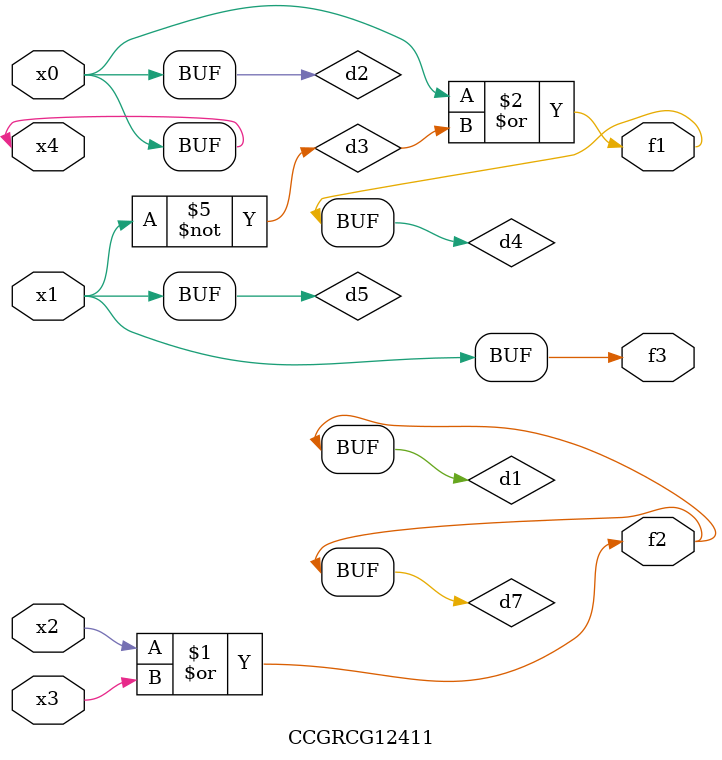
<source format=v>
module CCGRCG12411(
	input x0, x1, x2, x3, x4,
	output f1, f2, f3
);

	wire d1, d2, d3, d4, d5, d6, d7;

	or (d1, x2, x3);
	buf (d2, x0, x4);
	not (d3, x1);
	or (d4, d2, d3);
	not (d5, d3);
	nand (d6, d1, d3);
	or (d7, d1);
	assign f1 = d4;
	assign f2 = d7;
	assign f3 = d5;
endmodule

</source>
